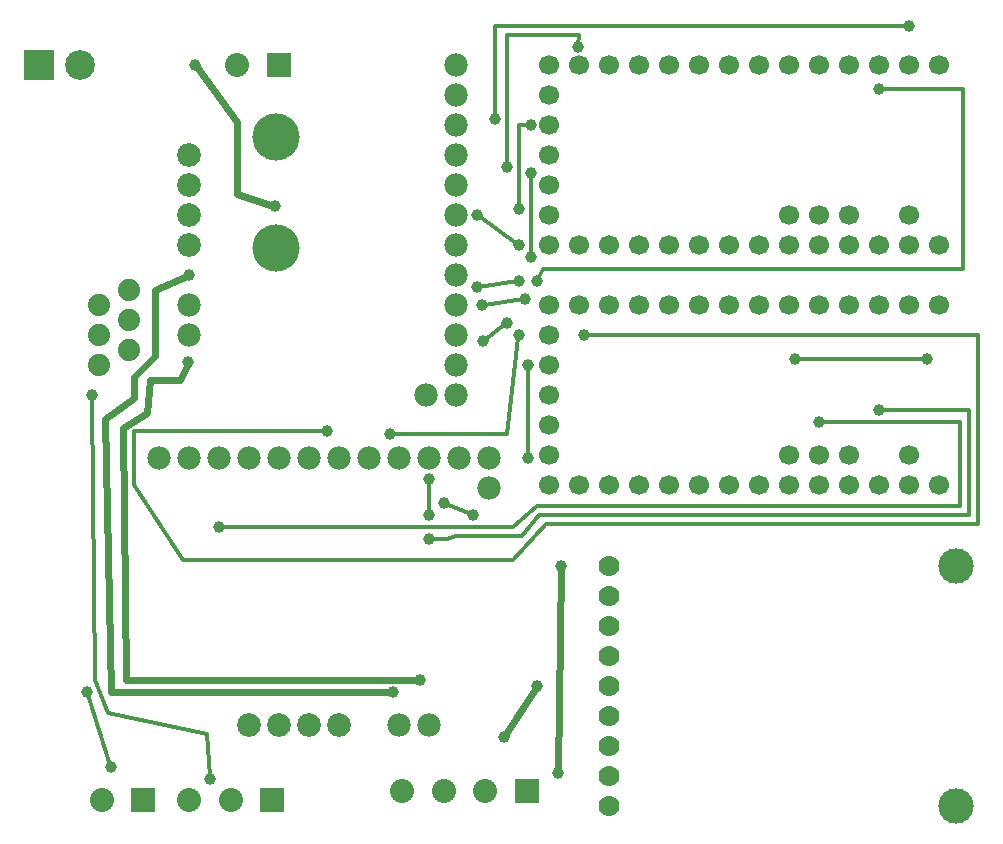
<source format=gtl>
G04 MADE WITH FRITZING*
G04 WWW.FRITZING.ORG*
G04 DOUBLE SIDED*
G04 HOLES PLATED*
G04 CONTOUR ON CENTER OF CONTOUR VECTOR*
%ASAXBY*%
%FSLAX23Y23*%
%MOIN*%
%OFA0B0*%
%SFA1.0B1.0*%
%ADD10C,0.039370*%
%ADD11C,0.070000*%
%ADD12C,0.118110*%
%ADD13C,0.080000*%
%ADD14C,0.157480*%
%ADD15C,0.074000*%
%ADD16C,0.079370*%
%ADD17C,0.066889*%
%ADD18C,0.082000*%
%ADD19C,0.078000*%
%ADD20C,0.099055*%
%ADD21R,0.080000X0.080000*%
%ADD22R,0.082000X0.082000*%
%ADD23R,0.099055X0.099055*%
%ADD24C,0.024000*%
%ADD25C,0.012000*%
%LNCOPPER1*%
G90*
G70*
G54D10*
X1889Y228D03*
X1898Y920D03*
X1819Y518D03*
X1708Y348D03*
G54D11*
X2058Y118D03*
X2058Y218D03*
X2058Y318D03*
X2058Y418D03*
X2058Y518D03*
X2058Y618D03*
X2058Y718D03*
X2058Y818D03*
X2058Y918D03*
G54D12*
X3214Y918D03*
X3214Y118D03*
G54D13*
X1784Y168D03*
X1646Y168D03*
X1508Y168D03*
X1370Y168D03*
G54D10*
X1679Y2409D03*
X3058Y2718D03*
X1957Y2648D03*
X1758Y2108D03*
X1798Y2388D03*
X1719Y2249D03*
X1619Y2088D03*
X1758Y1988D03*
X1638Y1668D03*
X1719Y1729D03*
X1619Y1849D03*
X2958Y2508D03*
X1758Y1869D03*
X1818Y1869D03*
X2958Y1438D03*
X758Y1048D03*
X2758Y1398D03*
X1458Y1208D03*
X1458Y1089D03*
X1458Y1009D03*
X1789Y1278D03*
X1789Y1588D03*
X1607Y1089D03*
X1508Y1128D03*
X658Y1888D03*
X1428Y538D03*
X1339Y497D03*
X657Y1599D03*
X1329Y1360D03*
X1758Y1688D03*
X2678Y1610D03*
X3118Y1610D03*
X1977Y1688D03*
X1118Y1368D03*
G54D14*
X948Y2348D03*
X948Y1978D03*
G54D10*
X1798Y1949D03*
X1798Y2229D03*
X1637Y1788D03*
X1779Y1808D03*
X679Y2587D03*
X947Y2118D03*
G54D15*
X458Y1839D03*
X358Y1789D03*
X458Y1739D03*
X358Y1689D03*
X458Y1639D03*
X358Y1589D03*
X458Y1839D03*
X358Y1789D03*
X458Y1739D03*
X358Y1689D03*
X458Y1639D03*
X358Y1589D03*
G54D13*
X506Y138D03*
X368Y138D03*
X936Y138D03*
X798Y138D03*
X660Y138D03*
G54D16*
X858Y388D03*
X958Y388D03*
X1058Y388D03*
X1158Y388D03*
X658Y2288D03*
X658Y2188D03*
X658Y2088D03*
X658Y1988D03*
G54D17*
X1858Y1189D03*
X1958Y1189D03*
X2058Y1189D03*
X2158Y1189D03*
X2258Y1189D03*
X2358Y1189D03*
X2458Y1189D03*
X2558Y1189D03*
X2658Y1189D03*
X2758Y1189D03*
X2858Y1189D03*
X2958Y1189D03*
X3058Y1189D03*
X3158Y1189D03*
X3058Y1289D03*
X1858Y1789D03*
X1958Y1789D03*
X2058Y1789D03*
X2158Y1789D03*
X2258Y1789D03*
X2358Y1789D03*
X2458Y1789D03*
X2558Y1789D03*
X2658Y1789D03*
X2758Y1789D03*
X2858Y1789D03*
X2958Y1789D03*
X3058Y1789D03*
X3158Y1789D03*
X2758Y1289D03*
X2858Y1289D03*
X2658Y1289D03*
X1858Y1589D03*
X1858Y1689D03*
X1858Y1489D03*
X1858Y1289D03*
X1858Y1389D03*
X1858Y1989D03*
X1958Y1989D03*
X2058Y1989D03*
X2158Y1989D03*
X2258Y1989D03*
X2358Y1989D03*
X2458Y1989D03*
X2558Y1989D03*
X2658Y1989D03*
X2758Y1989D03*
X2858Y1989D03*
X2958Y1989D03*
X3058Y1989D03*
X3158Y1989D03*
X3058Y2089D03*
X1858Y2589D03*
X1958Y2589D03*
X2058Y2589D03*
X2158Y2589D03*
X2258Y2589D03*
X2358Y2589D03*
X2458Y2589D03*
X2558Y2589D03*
X2658Y2589D03*
X2758Y2589D03*
X2858Y2589D03*
X2958Y2589D03*
X3058Y2589D03*
X3158Y2589D03*
X2758Y2089D03*
X2858Y2089D03*
X2658Y2089D03*
X1858Y2389D03*
X1858Y2489D03*
X1858Y2289D03*
X1858Y2089D03*
X1858Y2189D03*
G54D13*
X958Y2588D03*
X820Y2588D03*
X958Y2588D03*
X820Y2588D03*
G54D18*
X948Y2348D03*
X948Y1981D03*
X948Y2348D03*
X948Y1981D03*
G54D19*
X558Y1278D03*
X658Y1278D03*
X758Y1278D03*
X858Y1278D03*
X958Y1278D03*
X1058Y1278D03*
X1158Y1278D03*
X1258Y1278D03*
X1358Y1278D03*
X1458Y1278D03*
X1558Y1278D03*
X1548Y2588D03*
X1548Y2488D03*
X1548Y2388D03*
X1548Y2288D03*
X1548Y2188D03*
X1548Y2088D03*
X1548Y1988D03*
X1548Y1888D03*
X1548Y1788D03*
X1548Y1688D03*
X1548Y1588D03*
X1358Y388D03*
X1458Y388D03*
X658Y1788D03*
X658Y1688D03*
X1658Y1278D03*
X1658Y1178D03*
X1548Y1488D03*
X1448Y1488D03*
G54D20*
X158Y2588D03*
X296Y2588D03*
G54D10*
X399Y248D03*
X318Y498D03*
X337Y1489D03*
X729Y209D03*
G54D21*
X1784Y168D03*
X506Y138D03*
X936Y138D03*
X958Y2588D03*
X958Y2588D03*
G54D22*
X948Y2349D03*
X948Y2349D03*
G54D23*
X158Y2588D03*
G54D24*
X1889Y236D02*
X1898Y912D01*
D02*
X1712Y355D02*
X1815Y512D01*
G54D25*
D02*
X3050Y2718D02*
X1678Y2718D01*
D02*
X1645Y1673D02*
X1712Y1724D01*
D02*
X1752Y1993D02*
X1625Y2084D01*
D02*
X1790Y2388D02*
X1758Y2388D01*
D02*
X1758Y2388D02*
X1758Y2116D01*
D02*
X1957Y2656D02*
X1958Y2688D01*
D02*
X1719Y2688D02*
X1719Y2257D01*
D02*
X1958Y2688D02*
X1719Y2688D01*
D02*
X1678Y2718D02*
X1679Y2417D01*
D02*
X1821Y1876D02*
X1838Y1908D01*
D02*
X1838Y1908D02*
X3238Y1908D01*
D02*
X3238Y1908D02*
X3238Y2507D01*
D02*
X3238Y2507D02*
X2966Y2507D01*
D02*
X1626Y1850D02*
X1751Y1868D01*
D02*
X917Y1048D02*
X766Y1048D01*
D02*
X1738Y1048D02*
X1357Y1048D01*
D02*
X1818Y1119D02*
X1738Y1048D01*
D02*
X1357Y1048D02*
X917Y1048D01*
D02*
X3228Y1118D02*
X1818Y1119D01*
D02*
X3228Y1399D02*
X3228Y1118D01*
D02*
X2766Y1398D02*
X3228Y1399D01*
D02*
X1768Y1018D02*
X1827Y1089D01*
D02*
X1827Y1089D02*
X3259Y1088D01*
D02*
X1466Y1009D02*
X1518Y1008D01*
D02*
X1548Y1018D02*
X1768Y1018D01*
D02*
X1789Y1580D02*
X1789Y1286D01*
D02*
X1458Y1201D02*
X1458Y1096D01*
D02*
X1518Y1008D02*
X1548Y1018D01*
D02*
X3259Y1088D02*
X3259Y1439D01*
D02*
X3259Y1439D02*
X2966Y1439D01*
G54D24*
D02*
X629Y1539D02*
X654Y1592D01*
D02*
X448Y539D02*
X438Y1378D01*
D02*
X528Y1539D02*
X629Y1539D01*
D02*
X518Y1429D02*
X528Y1539D01*
D02*
X438Y1378D02*
X518Y1429D01*
D02*
X378Y1409D02*
X399Y498D01*
D02*
X477Y1479D02*
X378Y1409D01*
D02*
X477Y1549D02*
X477Y1479D01*
D02*
X547Y1837D02*
X547Y1619D01*
D02*
X547Y1619D02*
X477Y1549D01*
D02*
X399Y498D02*
X1331Y497D01*
D02*
X651Y1885D02*
X547Y1837D01*
G54D25*
D02*
X1600Y1092D02*
X1515Y1126D01*
D02*
X477Y1187D02*
X477Y1367D01*
D02*
X477Y1367D02*
X1110Y1367D01*
D02*
X639Y939D02*
X477Y1187D01*
D02*
X3110Y1610D02*
X2686Y1610D01*
D02*
X1719Y1359D02*
X1757Y1680D01*
D02*
X1337Y1359D02*
X1719Y1359D01*
G54D24*
D02*
X1420Y538D02*
X448Y539D01*
G54D25*
D02*
X1738Y937D02*
X639Y939D01*
D02*
X1848Y1057D02*
X1738Y937D01*
D02*
X3288Y1059D02*
X1848Y1057D01*
D02*
X3288Y1687D02*
X3288Y1059D01*
D02*
X1985Y1688D02*
X3288Y1687D01*
G54D24*
D02*
X948Y1960D02*
X948Y2018D01*
G54D25*
D02*
X1645Y1789D02*
X1771Y1807D01*
D02*
X1798Y1957D02*
X1798Y2221D01*
G54D24*
D02*
X818Y2398D02*
X818Y2157D01*
D02*
X818Y2157D02*
X939Y2120D01*
D02*
X684Y2581D02*
X818Y2398D01*
G54D25*
D02*
X396Y256D02*
X321Y490D01*
D02*
X718Y358D02*
X389Y428D01*
D02*
X389Y428D02*
X347Y539D01*
D02*
X728Y217D02*
X718Y358D01*
D02*
X347Y539D02*
X337Y1481D01*
G04 End of Copper1*
M02*
</source>
